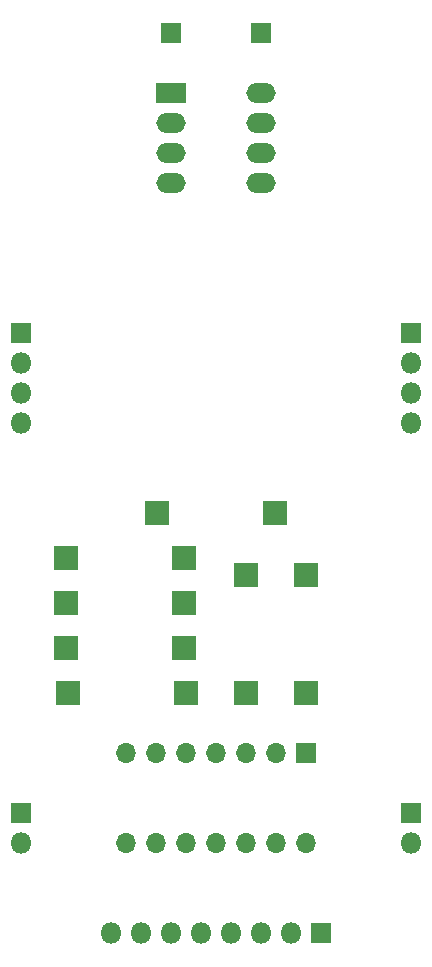
<source format=gbr>
%TF.GenerationSoftware,KiCad,Pcbnew,(5.1.6)-1*%
%TF.CreationDate,2020-07-04T17:27:32+02:00*%
%TF.ProjectId,MP0002 Instrumentation Amplifier,4d503030-3032-4204-996e-737472756d65,1.0*%
%TF.SameCoordinates,Original*%
%TF.FileFunction,Soldermask,Bot*%
%TF.FilePolarity,Negative*%
%FSLAX46Y46*%
G04 Gerber Fmt 4.6, Leading zero omitted, Abs format (unit mm)*
G04 Created by KiCad (PCBNEW (5.1.6)-1) date 2020-07-04 17:27:32*
%MOMM*%
%LPD*%
G01*
G04 APERTURE LIST*
%ADD10R,1.800000X1.800000*%
%ADD11O,1.800000X1.800000*%
%ADD12R,1.700000X1.700000*%
%ADD13O,1.700000X1.700000*%
%ADD14R,2.098980X2.098980*%
%ADD15R,2.500000X1.700000*%
%ADD16O,2.500000X1.700000*%
G04 APERTURE END LIST*
D10*
%TO.C,J8*%
X119380000Y-142240000D03*
D11*
X119380000Y-144780000D03*
%TD*%
D10*
%TO.C,J7*%
X152400000Y-142240000D03*
D11*
X152400000Y-144780000D03*
%TD*%
D10*
%TO.C,J6*%
X139700000Y-76200000D03*
%TD*%
%TO.C,J5*%
X132080000Y-76200000D03*
%TD*%
%TO.C,J4*%
X144780000Y-152400000D03*
D11*
X142240000Y-152400000D03*
X139700000Y-152400000D03*
X137160000Y-152400000D03*
X134620000Y-152400000D03*
X132080000Y-152400000D03*
X129540000Y-152400000D03*
X127000000Y-152400000D03*
%TD*%
D10*
%TO.C,J3*%
X152400000Y-101600000D03*
D11*
X152400000Y-104140000D03*
X152400000Y-106680000D03*
X152400000Y-109220000D03*
%TD*%
D12*
%TO.C,U1*%
X143510000Y-137160000D03*
D13*
X128270000Y-144780000D03*
X140970000Y-137160000D03*
X130810000Y-144780000D03*
X138430000Y-137160000D03*
X133350000Y-144780000D03*
X135890000Y-137160000D03*
X135890000Y-144780000D03*
X133350000Y-137160000D03*
X138430000Y-144780000D03*
X130810000Y-137160000D03*
X140970000Y-144780000D03*
X128270000Y-137160000D03*
X143510000Y-144780000D03*
%TD*%
D14*
%TO.C,R7*%
X123190000Y-120650000D03*
X133192520Y-120650000D03*
%TD*%
%TO.C,R6*%
X133192520Y-124460000D03*
X123190000Y-124460000D03*
%TD*%
%TO.C,R5*%
X138430000Y-122077480D03*
X138430000Y-132080000D03*
%TD*%
%TO.C,R4*%
X140891260Y-116840000D03*
X130888740Y-116840000D03*
%TD*%
%TO.C,R3*%
X143510000Y-122077480D03*
X143510000Y-132080000D03*
%TD*%
%TO.C,R2*%
X133192520Y-128270000D03*
X123190000Y-128270000D03*
%TD*%
%TO.C,R1*%
X133350000Y-132080000D03*
X123347480Y-132080000D03*
%TD*%
D15*
%TO.C,J2*%
X132080000Y-81280000D03*
D16*
X139700000Y-88900000D03*
X132080000Y-83820000D03*
X139700000Y-86360000D03*
X132080000Y-86360000D03*
X139700000Y-83820000D03*
X132080000Y-88900000D03*
X139700000Y-81280000D03*
%TD*%
D10*
%TO.C,J1*%
X119380000Y-101600000D03*
D11*
X119380000Y-104140000D03*
X119380000Y-106680000D03*
X119380000Y-109220000D03*
%TD*%
M02*

</source>
